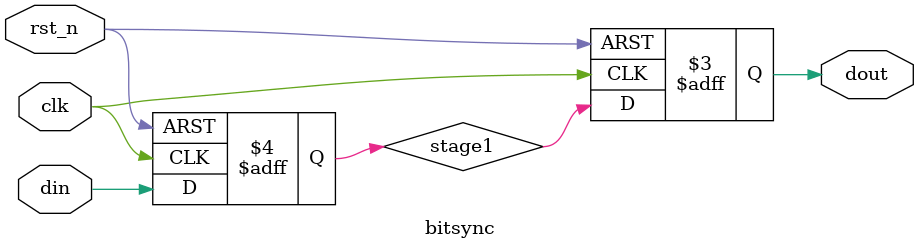
<source format=v>
module bitsync(
input wire clk,
input wire rst_n,
input wire din,
output reg dout
);
reg stage1;
always @(posedge clk or negedge rst_n)
begin
	if(!rst_n) begin
		dout<=0;
		stage1<=0;
	end
	else 
	begin
		stage1<=din;
		dout<=stage1;
	end
end
endmodule

</source>
